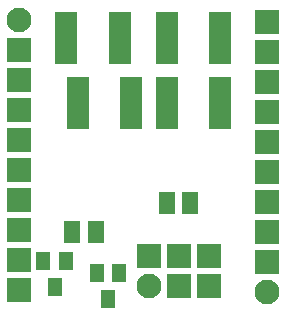
<source format=gbr>
G04 #@! TF.GenerationSoftware,KiCad,Pcbnew,(5.0.0)*
G04 #@! TF.CreationDate,2019-01-30T09:11:06+03:00*
G04 #@! TF.ProjectId,plata_avr,706C6174615F6176722E6B696361645F,rev?*
G04 #@! TF.SameCoordinates,Original*
G04 #@! TF.FileFunction,Soldermask,Bot*
G04 #@! TF.FilePolarity,Negative*
%FSLAX46Y46*%
G04 Gerber Fmt 4.6, Leading zero omitted, Abs format (unit mm)*
G04 Created by KiCad (PCBNEW (5.0.0)) date 01/30/19 09:11:06*
%MOMM*%
%LPD*%
G01*
G04 APERTURE LIST*
%ADD10R,1.900000X4.400000*%
%ADD11R,1.400000X1.900000*%
%ADD12R,1.200000X1.500000*%
%ADD13C,2.100000*%
%ADD14R,2.100000X2.100000*%
G04 APERTURE END LIST*
D10*
G04 #@! TO.C,C1*
X106500000Y-90000000D03*
X111000000Y-90000000D03*
G04 #@! TD*
G04 #@! TO.C,C2*
X102500000Y-90000000D03*
X98000000Y-90000000D03*
G04 #@! TD*
G04 #@! TO.C,C3*
X99000000Y-95500000D03*
X103500000Y-95500000D03*
G04 #@! TD*
G04 #@! TO.C,C4*
X111000000Y-95500000D03*
X106500000Y-95500000D03*
G04 #@! TD*
D11*
G04 #@! TO.C,R1*
X100500000Y-106500000D03*
X98500000Y-106500000D03*
G04 #@! TD*
G04 #@! TO.C,R2*
X108500000Y-104000000D03*
X106500000Y-104000000D03*
G04 #@! TD*
D12*
G04 #@! TO.C,VD1*
X96050000Y-108900000D03*
X97950000Y-108900000D03*
X97000000Y-111100000D03*
G04 #@! TD*
G04 #@! TO.C,VD2*
X101500000Y-112100000D03*
X102450000Y-109900000D03*
X100550000Y-109900000D03*
G04 #@! TD*
D13*
G04 #@! TO.C,XP1*
X94000000Y-88500000D03*
D14*
X94000000Y-91040000D03*
X94000000Y-93580000D03*
X94000000Y-96120000D03*
X94000000Y-98660000D03*
X94000000Y-101200000D03*
X94000000Y-103740000D03*
X94000000Y-106280000D03*
X94000000Y-108820000D03*
X94000000Y-111360000D03*
G04 #@! TD*
D13*
G04 #@! TO.C,XP2*
X105000000Y-111000000D03*
D14*
X107540000Y-111000000D03*
X110080000Y-111000000D03*
X105000000Y-108460000D03*
X107540000Y-108460000D03*
X110080000Y-108460000D03*
G04 #@! TD*
G04 #@! TO.C,XP3*
X115000000Y-88640000D03*
X115000000Y-91180000D03*
X115000000Y-93720000D03*
X115000000Y-96260000D03*
X115000000Y-98800000D03*
X115000000Y-101340000D03*
X115000000Y-103880000D03*
X115000000Y-106420000D03*
X115000000Y-108960000D03*
D13*
X115000000Y-111500000D03*
G04 #@! TD*
M02*

</source>
